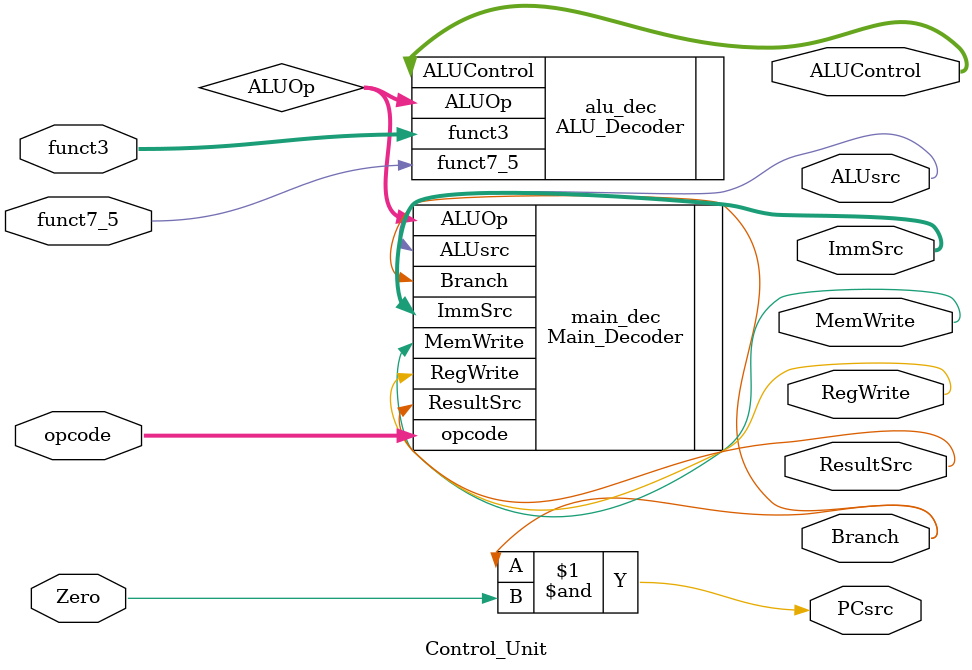
<source format=sv>
module Control_Unit (
    input logic [6:0] opcode,
    input logic [2:0] funct3,
    input logic funct7_5,
    input logic Zero,
    output logic RegWrite,
    output logic MemWrite,
    output logic [1:0] ImmSrc,
    output logic ALUsrc,
    output logic Branch,
    output logic ResultSrc,
    output logic [2:0] ALUControl,
    output logic PCsrc
);

    logic [1:0] ALUOp;

    // Instantiate Main Decoder
    Main_Decoder main_dec (
        .opcode(opcode),
        .RegWrite(RegWrite),
        .MemWrite(MemWrite),
        .ImmSrc(ImmSrc),
        .ALUsrc(ALUsrc),
        .Branch(Branch),
        .ResultSrc(ResultSrc),
        .ALUOp(ALUOp)
    );

    // Instantiate ALU Decoder
    ALU_Decoder alu_dec (
        .ALUOp(ALUOp),
        .funct3(funct3),
        .funct7_5(funct7_5),
        .ALUControl(ALUControl)
    );

    // Branch decision
    assign PCsrc = Branch & Zero;
endmodule

</source>
